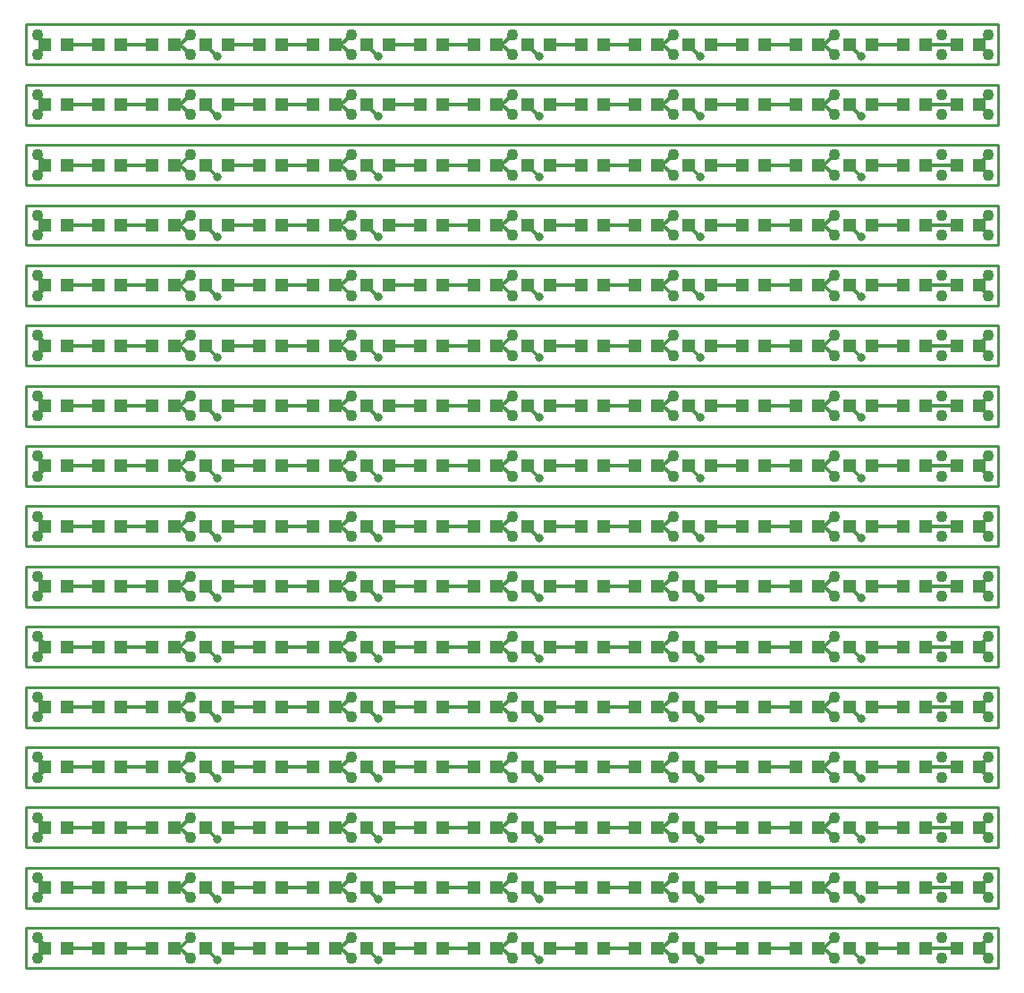
<source format=gtl>
G75*
G70*
%OFA0B0*%
%FSLAX25Y25*%
%IPPOS*%
%LPD*%
%AMOC8*
5,1,8,0,0,1.08239X$1,22.5*
%
%ADD11C,0.01000*%
%ADD14C,0.03170*%
%ADD15C,0.04300*%
%ADD17C,0.01200*%
%ADD18R,0.04720X0.04720*%
X0010000Y0010000D02*
G75*
%LPD*%
D11*
X0010000Y0010000D02*
X0010000Y0024960D01*
X0372500Y0024960D01*
X0372500Y0010000D01*
X0010000Y0010000D01*
D18*
X0017120Y0017500D03*
X0025380Y0017500D03*
X0037120Y0017500D03*
X0045380Y0017500D03*
X0057120Y0017500D03*
X0065380Y0017500D03*
X0077120Y0017500D03*
X0085380Y0017500D03*
X0097120Y0017500D03*
X0105380Y0017500D03*
X0117120Y0017500D03*
X0125380Y0017500D03*
X0137120Y0017500D03*
X0145380Y0017500D03*
X0157120Y0017500D03*
X0165380Y0017500D03*
X0177120Y0017500D03*
X0185380Y0017500D03*
X0197120Y0017500D03*
X0205380Y0017500D03*
X0217120Y0017500D03*
X0225380Y0017500D03*
X0237120Y0017500D03*
X0245380Y0017500D03*
X0257120Y0017500D03*
X0265380Y0017500D03*
X0277120Y0017500D03*
X0285380Y0017500D03*
X0297120Y0017500D03*
X0305380Y0017500D03*
X0317120Y0017500D03*
X0325380Y0017500D03*
X0337120Y0017500D03*
X0345380Y0017500D03*
X0357120Y0017500D03*
X0365380Y0017500D03*
D15*
X0368750Y0013750D03*
X0351250Y0013750D03*
X0311250Y0013750D03*
X0251250Y0013750D03*
X0191250Y0013750D03*
X0131250Y0013750D03*
X0071250Y0013750D03*
X0014380Y0013750D03*
X0014380Y0021250D03*
X0071250Y0021250D03*
X0131250Y0021250D03*
X0191250Y0021250D03*
X0251250Y0021250D03*
X0311250Y0021250D03*
X0351250Y0021250D03*
X0368750Y0021250D03*
D14*
X0321250Y0013130D03*
X0261250Y0013130D03*
X0201250Y0013130D03*
X0141250Y0013130D03*
X0081250Y0013130D03*
D17*
X0077120Y0017260D01*
X0077120Y0017500D01*
X0071250Y0013750D02*
X0067500Y0017500D01*
X0065380Y0017500D01*
X0067500Y0017500D02*
X0071250Y0021250D01*
X0125000Y0017880D02*
X0127880Y0017880D01*
X0127880Y0017120D01*
X0131250Y0013750D01*
X0137120Y0017260D02*
X0141250Y0013130D01*
X0187880Y0017120D02*
X0191250Y0013750D01*
X0197120Y0017260D02*
X0201250Y0013130D01*
X0247880Y0017120D02*
X0251250Y0013750D01*
X0257120Y0017260D02*
X0261250Y0013130D01*
X0258750Y0015870D02*
X0257120Y0017500D01*
X0257120Y0017260D01*
X0265380Y0017500D02*
X0277120Y0017500D01*
X0285380Y0017500D02*
X0297120Y0017500D01*
X0305000Y0017120D02*
X0305380Y0017500D01*
X0307500Y0017500D01*
X0311250Y0013750D01*
X0317120Y0017260D02*
X0321250Y0013130D01*
X0366010Y0016490D02*
X0368750Y0013750D01*
X0366010Y0016490D02*
X0365380Y0016490D01*
X0365380Y0017500D01*
X0365380Y0018510D01*
X0366010Y0018510D01*
X0368750Y0021250D01*
X0365380Y0017500D02*
X0365000Y0017120D01*
X0357120Y0017500D02*
X0345380Y0017500D01*
X0337120Y0017500D02*
X0325380Y0017500D01*
X0317120Y0017500D02*
X0317120Y0017260D01*
X0311250Y0021250D02*
X0307500Y0017500D01*
X0305380Y0017500D02*
X0305000Y0017880D01*
X0251250Y0021250D02*
X0247880Y0017880D01*
X0247880Y0017120D01*
X0246250Y0016630D02*
X0245380Y0017500D01*
X0245000Y0017120D01*
X0245380Y0017500D02*
X0245000Y0017880D01*
X0247880Y0017880D01*
X0237120Y0017500D02*
X0225380Y0017500D01*
X0217120Y0017500D02*
X0205380Y0017500D01*
X0197120Y0017500D02*
X0197120Y0017260D01*
X0187880Y0017120D02*
X0187880Y0017880D01*
X0191250Y0021250D01*
X0185380Y0017500D02*
X0185000Y0017880D01*
X0185380Y0017500D02*
X0185000Y0017120D01*
X0187880Y0017120D01*
X0177120Y0017500D02*
X0165380Y0017500D01*
X0157120Y0017500D02*
X0145380Y0017500D01*
X0137120Y0017500D02*
X0137120Y0017260D01*
X0131250Y0021250D02*
X0127880Y0017880D01*
X0125380Y0017500D02*
X0125000Y0017880D01*
X0125380Y0017500D02*
X0125000Y0017120D01*
X0125380Y0017500D02*
X0126250Y0016630D01*
X0117120Y0017500D02*
X0105380Y0017500D01*
X0097120Y0017500D02*
X0085380Y0017500D01*
X0057120Y0017500D02*
X0045380Y0017500D01*
X0037120Y0017500D02*
X0025380Y0017500D01*
X0017120Y0017500D02*
X0017120Y0018510D01*
X0014380Y0021250D01*
X0017120Y0017500D02*
X0017120Y0016490D01*
X0014380Y0013750D01*
X0010000Y0032460D02*
G75*
%LPD*%
D11*
X0010000Y0032460D02*
X0010000Y0047420D01*
X0372500Y0047420D01*
X0372500Y0032460D01*
X0010000Y0032460D01*
D18*
X0017120Y0039960D03*
X0025380Y0039960D03*
X0037120Y0039960D03*
X0045380Y0039960D03*
X0057120Y0039960D03*
X0065380Y0039960D03*
X0077120Y0039960D03*
X0085380Y0039960D03*
X0097120Y0039960D03*
X0105380Y0039960D03*
X0117120Y0039960D03*
X0125380Y0039960D03*
X0137120Y0039960D03*
X0145380Y0039960D03*
X0157120Y0039960D03*
X0165380Y0039960D03*
X0177120Y0039960D03*
X0185380Y0039960D03*
X0197120Y0039960D03*
X0205380Y0039960D03*
X0217120Y0039960D03*
X0225380Y0039960D03*
X0237120Y0039960D03*
X0245380Y0039960D03*
X0257120Y0039960D03*
X0265380Y0039960D03*
X0277120Y0039960D03*
X0285380Y0039960D03*
X0297120Y0039960D03*
X0305380Y0039960D03*
X0317120Y0039960D03*
X0325380Y0039960D03*
X0337120Y0039960D03*
X0345380Y0039960D03*
X0357120Y0039960D03*
X0365380Y0039960D03*
D15*
X0368750Y0036210D03*
X0351250Y0036210D03*
X0311250Y0036210D03*
X0251250Y0036210D03*
X0191250Y0036210D03*
X0131250Y0036210D03*
X0071250Y0036210D03*
X0014380Y0036210D03*
X0014380Y0043710D03*
X0071250Y0043710D03*
X0131250Y0043710D03*
X0191250Y0043710D03*
X0251250Y0043710D03*
X0311250Y0043710D03*
X0351250Y0043710D03*
X0368750Y0043710D03*
D14*
X0321250Y0035590D03*
X0261250Y0035590D03*
X0201250Y0035590D03*
X0141250Y0035590D03*
X0081250Y0035590D03*
D17*
X0077120Y0039720D01*
X0077120Y0039960D01*
X0071250Y0036210D02*
X0067500Y0039960D01*
X0065380Y0039960D01*
X0067500Y0039960D02*
X0071250Y0043710D01*
X0125000Y0040340D02*
X0127880Y0040340D01*
X0127880Y0039580D01*
X0131250Y0036210D01*
X0137120Y0039720D02*
X0141250Y0035590D01*
X0187880Y0039580D02*
X0191250Y0036210D01*
X0197120Y0039720D02*
X0201250Y0035590D01*
X0247880Y0039580D02*
X0251250Y0036210D01*
X0257120Y0039720D02*
X0261250Y0035590D01*
X0258750Y0038330D02*
X0257120Y0039960D01*
X0257120Y0039720D01*
X0265380Y0039960D02*
X0277120Y0039960D01*
X0285380Y0039960D02*
X0297120Y0039960D01*
X0305000Y0039580D02*
X0305380Y0039960D01*
X0307500Y0039960D01*
X0311250Y0036210D01*
X0317120Y0039720D02*
X0321250Y0035590D01*
X0366010Y0038950D02*
X0368750Y0036210D01*
X0366010Y0038950D02*
X0365380Y0038950D01*
X0365380Y0039960D01*
X0365380Y0040970D01*
X0366010Y0040970D01*
X0368750Y0043710D01*
X0365380Y0039960D02*
X0365000Y0039580D01*
X0357120Y0039960D02*
X0345380Y0039960D01*
X0337120Y0039960D02*
X0325380Y0039960D01*
X0317120Y0039960D02*
X0317120Y0039720D01*
X0311250Y0043710D02*
X0307500Y0039960D01*
X0305380Y0039960D02*
X0305000Y0040340D01*
X0251250Y0043710D02*
X0247880Y0040340D01*
X0247880Y0039580D01*
X0246250Y0039090D02*
X0245380Y0039960D01*
X0245000Y0039580D01*
X0245380Y0039960D02*
X0245000Y0040340D01*
X0247880Y0040340D01*
X0237120Y0039960D02*
X0225380Y0039960D01*
X0217120Y0039960D02*
X0205380Y0039960D01*
X0197120Y0039960D02*
X0197120Y0039720D01*
X0187880Y0039580D02*
X0187880Y0040340D01*
X0191250Y0043710D01*
X0185380Y0039960D02*
X0185000Y0040340D01*
X0185380Y0039960D02*
X0185000Y0039580D01*
X0187880Y0039580D01*
X0177120Y0039960D02*
X0165380Y0039960D01*
X0157120Y0039960D02*
X0145380Y0039960D01*
X0137120Y0039960D02*
X0137120Y0039720D01*
X0131250Y0043710D02*
X0127880Y0040340D01*
X0125380Y0039960D02*
X0125000Y0040340D01*
X0125380Y0039960D02*
X0125000Y0039580D01*
X0125380Y0039960D02*
X0126250Y0039090D01*
X0117120Y0039960D02*
X0105380Y0039960D01*
X0097120Y0039960D02*
X0085380Y0039960D01*
X0057120Y0039960D02*
X0045380Y0039960D01*
X0037120Y0039960D02*
X0025380Y0039960D01*
X0017120Y0039960D02*
X0017120Y0040970D01*
X0014380Y0043710D01*
X0017120Y0039960D02*
X0017120Y0038950D01*
X0014380Y0036210D01*
X0010000Y0054920D02*
G75*
%LPD*%
D11*
X0010000Y0054920D02*
X0010000Y0069880D01*
X0372500Y0069880D01*
X0372500Y0054920D01*
X0010000Y0054920D01*
D18*
X0017120Y0062420D03*
X0025380Y0062420D03*
X0037120Y0062420D03*
X0045380Y0062420D03*
X0057120Y0062420D03*
X0065380Y0062420D03*
X0077120Y0062420D03*
X0085380Y0062420D03*
X0097120Y0062420D03*
X0105380Y0062420D03*
X0117120Y0062420D03*
X0125380Y0062420D03*
X0137120Y0062420D03*
X0145380Y0062420D03*
X0157120Y0062420D03*
X0165380Y0062420D03*
X0177120Y0062420D03*
X0185380Y0062420D03*
X0197120Y0062420D03*
X0205380Y0062420D03*
X0217120Y0062420D03*
X0225380Y0062420D03*
X0237120Y0062420D03*
X0245380Y0062420D03*
X0257120Y0062420D03*
X0265380Y0062420D03*
X0277120Y0062420D03*
X0285380Y0062420D03*
X0297120Y0062420D03*
X0305380Y0062420D03*
X0317120Y0062420D03*
X0325380Y0062420D03*
X0337120Y0062420D03*
X0345380Y0062420D03*
X0357120Y0062420D03*
X0365380Y0062420D03*
D15*
X0368750Y0058670D03*
X0351250Y0058670D03*
X0311250Y0058670D03*
X0251250Y0058670D03*
X0191250Y0058670D03*
X0131250Y0058670D03*
X0071250Y0058670D03*
X0014380Y0058670D03*
X0014380Y0066170D03*
X0071250Y0066170D03*
X0131250Y0066170D03*
X0191250Y0066170D03*
X0251250Y0066170D03*
X0311250Y0066170D03*
X0351250Y0066170D03*
X0368750Y0066170D03*
D14*
X0321250Y0058050D03*
X0261250Y0058050D03*
X0201250Y0058050D03*
X0141250Y0058050D03*
X0081250Y0058050D03*
D17*
X0077120Y0062180D01*
X0077120Y0062420D01*
X0071250Y0058670D02*
X0067500Y0062420D01*
X0065380Y0062420D01*
X0067500Y0062420D02*
X0071250Y0066170D01*
X0125000Y0062800D02*
X0127880Y0062800D01*
X0127880Y0062040D01*
X0131250Y0058670D01*
X0137120Y0062180D02*
X0141250Y0058050D01*
X0187880Y0062040D02*
X0191250Y0058670D01*
X0197120Y0062180D02*
X0201250Y0058050D01*
X0247880Y0062040D02*
X0251250Y0058670D01*
X0257120Y0062180D02*
X0261250Y0058050D01*
X0258750Y0060790D02*
X0257120Y0062420D01*
X0257120Y0062180D01*
X0265380Y0062420D02*
X0277120Y0062420D01*
X0285380Y0062420D02*
X0297120Y0062420D01*
X0305000Y0062040D02*
X0305380Y0062420D01*
X0307500Y0062420D01*
X0311250Y0058670D01*
X0317120Y0062180D02*
X0321250Y0058050D01*
X0366010Y0061410D02*
X0368750Y0058670D01*
X0366010Y0061410D02*
X0365380Y0061410D01*
X0365380Y0062420D01*
X0365380Y0063430D01*
X0366010Y0063430D01*
X0368750Y0066170D01*
X0365380Y0062420D02*
X0365000Y0062040D01*
X0357120Y0062420D02*
X0345380Y0062420D01*
X0337120Y0062420D02*
X0325380Y0062420D01*
X0317120Y0062420D02*
X0317120Y0062180D01*
X0311250Y0066170D02*
X0307500Y0062420D01*
X0305380Y0062420D02*
X0305000Y0062800D01*
X0251250Y0066170D02*
X0247880Y0062800D01*
X0247880Y0062040D01*
X0246250Y0061550D02*
X0245380Y0062420D01*
X0245000Y0062040D01*
X0245380Y0062420D02*
X0245000Y0062800D01*
X0247880Y0062800D01*
X0237120Y0062420D02*
X0225380Y0062420D01*
X0217120Y0062420D02*
X0205380Y0062420D01*
X0197120Y0062420D02*
X0197120Y0062180D01*
X0187880Y0062040D02*
X0187880Y0062800D01*
X0191250Y0066170D01*
X0185380Y0062420D02*
X0185000Y0062800D01*
X0185380Y0062420D02*
X0185000Y0062040D01*
X0187880Y0062040D01*
X0177120Y0062420D02*
X0165380Y0062420D01*
X0157120Y0062420D02*
X0145380Y0062420D01*
X0137120Y0062420D02*
X0137120Y0062180D01*
X0131250Y0066170D02*
X0127880Y0062800D01*
X0125380Y0062420D02*
X0125000Y0062800D01*
X0125380Y0062420D02*
X0125000Y0062040D01*
X0125380Y0062420D02*
X0126250Y0061550D01*
X0117120Y0062420D02*
X0105380Y0062420D01*
X0097120Y0062420D02*
X0085380Y0062420D01*
X0057120Y0062420D02*
X0045380Y0062420D01*
X0037120Y0062420D02*
X0025380Y0062420D01*
X0017120Y0062420D02*
X0017120Y0063430D01*
X0014380Y0066170D01*
X0017120Y0062420D02*
X0017120Y0061410D01*
X0014380Y0058670D01*
X0010000Y0077380D02*
G75*
%LPD*%
D11*
X0010000Y0077380D02*
X0010000Y0092340D01*
X0372500Y0092340D01*
X0372500Y0077380D01*
X0010000Y0077380D01*
D18*
X0017120Y0084880D03*
X0025380Y0084880D03*
X0037120Y0084880D03*
X0045380Y0084880D03*
X0057120Y0084880D03*
X0065380Y0084880D03*
X0077120Y0084880D03*
X0085380Y0084880D03*
X0097120Y0084880D03*
X0105380Y0084880D03*
X0117120Y0084880D03*
X0125380Y0084880D03*
X0137120Y0084880D03*
X0145380Y0084880D03*
X0157120Y0084880D03*
X0165380Y0084880D03*
X0177120Y0084880D03*
X0185380Y0084880D03*
X0197120Y0084880D03*
X0205380Y0084880D03*
X0217120Y0084880D03*
X0225380Y0084880D03*
X0237120Y0084880D03*
X0245380Y0084880D03*
X0257120Y0084880D03*
X0265380Y0084880D03*
X0277120Y0084880D03*
X0285380Y0084880D03*
X0297120Y0084880D03*
X0305380Y0084880D03*
X0317120Y0084880D03*
X0325380Y0084880D03*
X0337120Y0084880D03*
X0345380Y0084880D03*
X0357120Y0084880D03*
X0365380Y0084880D03*
D15*
X0368750Y0081130D03*
X0351250Y0081130D03*
X0311250Y0081130D03*
X0251250Y0081130D03*
X0191250Y0081130D03*
X0131250Y0081130D03*
X0071250Y0081130D03*
X0014380Y0081130D03*
X0014380Y0088630D03*
X0071250Y0088630D03*
X0131250Y0088630D03*
X0191250Y0088630D03*
X0251250Y0088630D03*
X0311250Y0088630D03*
X0351250Y0088630D03*
X0368750Y0088630D03*
D14*
X0321250Y0080510D03*
X0261250Y0080510D03*
X0201250Y0080510D03*
X0141250Y0080510D03*
X0081250Y0080510D03*
D17*
X0077120Y0084640D01*
X0077120Y0084880D01*
X0071250Y0081130D02*
X0067500Y0084880D01*
X0065380Y0084880D01*
X0067500Y0084880D02*
X0071250Y0088630D01*
X0125000Y0085260D02*
X0127880Y0085260D01*
X0127880Y0084500D01*
X0131250Y0081130D01*
X0137120Y0084640D02*
X0141250Y0080510D01*
X0187880Y0084500D02*
X0191250Y0081130D01*
X0197120Y0084640D02*
X0201250Y0080510D01*
X0247880Y0084500D02*
X0251250Y0081130D01*
X0257120Y0084640D02*
X0261250Y0080510D01*
X0258750Y0083250D02*
X0257120Y0084880D01*
X0257120Y0084640D01*
X0265380Y0084880D02*
X0277120Y0084880D01*
X0285380Y0084880D02*
X0297120Y0084880D01*
X0305000Y0084500D02*
X0305380Y0084880D01*
X0307500Y0084880D01*
X0311250Y0081130D01*
X0317120Y0084640D02*
X0321250Y0080510D01*
X0366010Y0083870D02*
X0368750Y0081130D01*
X0366010Y0083870D02*
X0365380Y0083870D01*
X0365380Y0084880D01*
X0365380Y0085890D01*
X0366010Y0085890D01*
X0368750Y0088630D01*
X0365380Y0084880D02*
X0365000Y0084500D01*
X0357120Y0084880D02*
X0345380Y0084880D01*
X0337120Y0084880D02*
X0325380Y0084880D01*
X0317120Y0084880D02*
X0317120Y0084640D01*
X0311250Y0088630D02*
X0307500Y0084880D01*
X0305380Y0084880D02*
X0305000Y0085260D01*
X0251250Y0088630D02*
X0247880Y0085260D01*
X0247880Y0084500D01*
X0246250Y0084010D02*
X0245380Y0084880D01*
X0245000Y0084500D01*
X0245380Y0084880D02*
X0245000Y0085260D01*
X0247880Y0085260D01*
X0237120Y0084880D02*
X0225380Y0084880D01*
X0217120Y0084880D02*
X0205380Y0084880D01*
X0197120Y0084880D02*
X0197120Y0084640D01*
X0187880Y0084500D02*
X0187880Y0085260D01*
X0191250Y0088630D01*
X0185380Y0084880D02*
X0185000Y0085260D01*
X0185380Y0084880D02*
X0185000Y0084500D01*
X0187880Y0084500D01*
X0177120Y0084880D02*
X0165380Y0084880D01*
X0157120Y0084880D02*
X0145380Y0084880D01*
X0137120Y0084880D02*
X0137120Y0084640D01*
X0131250Y0088630D02*
X0127880Y0085260D01*
X0125380Y0084880D02*
X0125000Y0085260D01*
X0125380Y0084880D02*
X0125000Y0084500D01*
X0125380Y0084880D02*
X0126250Y0084010D01*
X0117120Y0084880D02*
X0105380Y0084880D01*
X0097120Y0084880D02*
X0085380Y0084880D01*
X0057120Y0084880D02*
X0045380Y0084880D01*
X0037120Y0084880D02*
X0025380Y0084880D01*
X0017120Y0084880D02*
X0017120Y0085890D01*
X0014380Y0088630D01*
X0017120Y0084880D02*
X0017120Y0083870D01*
X0014380Y0081130D01*
X0010000Y0099840D02*
G75*
%LPD*%
D11*
X0010000Y0099840D02*
X0010000Y0114800D01*
X0372500Y0114800D01*
X0372500Y0099840D01*
X0010000Y0099840D01*
D18*
X0017120Y0107340D03*
X0025380Y0107340D03*
X0037120Y0107340D03*
X0045380Y0107340D03*
X0057120Y0107340D03*
X0065380Y0107340D03*
X0077120Y0107340D03*
X0085380Y0107340D03*
X0097120Y0107340D03*
X0105380Y0107340D03*
X0117120Y0107340D03*
X0125380Y0107340D03*
X0137120Y0107340D03*
X0145380Y0107340D03*
X0157120Y0107340D03*
X0165380Y0107340D03*
X0177120Y0107340D03*
X0185380Y0107340D03*
X0197120Y0107340D03*
X0205380Y0107340D03*
X0217120Y0107340D03*
X0225380Y0107340D03*
X0237120Y0107340D03*
X0245380Y0107340D03*
X0257120Y0107340D03*
X0265380Y0107340D03*
X0277120Y0107340D03*
X0285380Y0107340D03*
X0297120Y0107340D03*
X0305380Y0107340D03*
X0317120Y0107340D03*
X0325380Y0107340D03*
X0337120Y0107340D03*
X0345380Y0107340D03*
X0357120Y0107340D03*
X0365380Y0107340D03*
D15*
X0368750Y0103590D03*
X0351250Y0103590D03*
X0311250Y0103590D03*
X0251250Y0103590D03*
X0191250Y0103590D03*
X0131250Y0103590D03*
X0071250Y0103590D03*
X0014380Y0103590D03*
X0014380Y0111090D03*
X0071250Y0111090D03*
X0131250Y0111090D03*
X0191250Y0111090D03*
X0251250Y0111090D03*
X0311250Y0111090D03*
X0351250Y0111090D03*
X0368750Y0111090D03*
D14*
X0321250Y0102970D03*
X0261250Y0102970D03*
X0201250Y0102970D03*
X0141250Y0102970D03*
X0081250Y0102970D03*
D17*
X0077120Y0107100D01*
X0077120Y0107340D01*
X0071250Y0103590D02*
X0067500Y0107340D01*
X0065380Y0107340D01*
X0067500Y0107340D02*
X0071250Y0111090D01*
X0125000Y0107720D02*
X0127880Y0107720D01*
X0127880Y0106960D01*
X0131250Y0103590D01*
X0137120Y0107100D02*
X0141250Y0102970D01*
X0187880Y0106960D02*
X0191250Y0103590D01*
X0197120Y0107100D02*
X0201250Y0102970D01*
X0247880Y0106960D02*
X0251250Y0103590D01*
X0257120Y0107100D02*
X0261250Y0102970D01*
X0258750Y0105710D02*
X0257120Y0107340D01*
X0257120Y0107100D01*
X0265380Y0107340D02*
X0277120Y0107340D01*
X0285380Y0107340D02*
X0297120Y0107340D01*
X0305000Y0106960D02*
X0305380Y0107340D01*
X0307500Y0107340D01*
X0311250Y0103590D01*
X0317120Y0107100D02*
X0321250Y0102970D01*
X0366010Y0106330D02*
X0368750Y0103590D01*
X0366010Y0106330D02*
X0365380Y0106330D01*
X0365380Y0107340D01*
X0365380Y0108350D01*
X0366010Y0108350D01*
X0368750Y0111090D01*
X0365380Y0107340D02*
X0365000Y0106960D01*
X0357120Y0107340D02*
X0345380Y0107340D01*
X0337120Y0107340D02*
X0325380Y0107340D01*
X0317120Y0107340D02*
X0317120Y0107100D01*
X0311250Y0111090D02*
X0307500Y0107340D01*
X0305380Y0107340D02*
X0305000Y0107720D01*
X0251250Y0111090D02*
X0247880Y0107720D01*
X0247880Y0106960D01*
X0246250Y0106470D02*
X0245380Y0107340D01*
X0245000Y0106960D01*
X0245380Y0107340D02*
X0245000Y0107720D01*
X0247880Y0107720D01*
X0237120Y0107340D02*
X0225380Y0107340D01*
X0217120Y0107340D02*
X0205380Y0107340D01*
X0197120Y0107340D02*
X0197120Y0107100D01*
X0187880Y0106960D02*
X0187880Y0107720D01*
X0191250Y0111090D01*
X0185380Y0107340D02*
X0185000Y0107720D01*
X0185380Y0107340D02*
X0185000Y0106960D01*
X0187880Y0106960D01*
X0177120Y0107340D02*
X0165380Y0107340D01*
X0157120Y0107340D02*
X0145380Y0107340D01*
X0137120Y0107340D02*
X0137120Y0107100D01*
X0131250Y0111090D02*
X0127880Y0107720D01*
X0125380Y0107340D02*
X0125000Y0107720D01*
X0125380Y0107340D02*
X0125000Y0106960D01*
X0125380Y0107340D02*
X0126250Y0106470D01*
X0117120Y0107340D02*
X0105380Y0107340D01*
X0097120Y0107340D02*
X0085380Y0107340D01*
X0057120Y0107340D02*
X0045380Y0107340D01*
X0037120Y0107340D02*
X0025380Y0107340D01*
X0017120Y0107340D02*
X0017120Y0108350D01*
X0014380Y0111090D01*
X0017120Y0107340D02*
X0017120Y0106330D01*
X0014380Y0103590D01*
X0010000Y0122300D02*
G75*
%LPD*%
D11*
X0010000Y0122300D02*
X0010000Y0137260D01*
X0372500Y0137260D01*
X0372500Y0122300D01*
X0010000Y0122300D01*
D18*
X0017120Y0129800D03*
X0025380Y0129800D03*
X0037120Y0129800D03*
X0045380Y0129800D03*
X0057120Y0129800D03*
X0065380Y0129800D03*
X0077120Y0129800D03*
X0085380Y0129800D03*
X0097120Y0129800D03*
X0105380Y0129800D03*
X0117120Y0129800D03*
X0125380Y0129800D03*
X0137120Y0129800D03*
X0145380Y0129800D03*
X0157120Y0129800D03*
X0165380Y0129800D03*
X0177120Y0129800D03*
X0185380Y0129800D03*
X0197120Y0129800D03*
X0205380Y0129800D03*
X0217120Y0129800D03*
X0225380Y0129800D03*
X0237120Y0129800D03*
X0245380Y0129800D03*
X0257120Y0129800D03*
X0265380Y0129800D03*
X0277120Y0129800D03*
X0285380Y0129800D03*
X0297120Y0129800D03*
X0305380Y0129800D03*
X0317120Y0129800D03*
X0325380Y0129800D03*
X0337120Y0129800D03*
X0345380Y0129800D03*
X0357120Y0129800D03*
X0365380Y0129800D03*
D15*
X0368750Y0126050D03*
X0351250Y0126050D03*
X0311250Y0126050D03*
X0251250Y0126050D03*
X0191250Y0126050D03*
X0131250Y0126050D03*
X0071250Y0126050D03*
X0014380Y0126050D03*
X0014380Y0133550D03*
X0071250Y0133550D03*
X0131250Y0133550D03*
X0191250Y0133550D03*
X0251250Y0133550D03*
X0311250Y0133550D03*
X0351250Y0133550D03*
X0368750Y0133550D03*
D14*
X0321250Y0125430D03*
X0261250Y0125430D03*
X0201250Y0125430D03*
X0141250Y0125430D03*
X0081250Y0125430D03*
D17*
X0077120Y0129560D01*
X0077120Y0129800D01*
X0071250Y0126050D02*
X0067500Y0129800D01*
X0065380Y0129800D01*
X0067500Y0129800D02*
X0071250Y0133550D01*
X0125000Y0130180D02*
X0127880Y0130180D01*
X0127880Y0129420D01*
X0131250Y0126050D01*
X0137120Y0129560D02*
X0141250Y0125430D01*
X0187880Y0129420D02*
X0191250Y0126050D01*
X0197120Y0129560D02*
X0201250Y0125430D01*
X0247880Y0129420D02*
X0251250Y0126050D01*
X0257120Y0129560D02*
X0261250Y0125430D01*
X0258750Y0128170D02*
X0257120Y0129800D01*
X0257120Y0129560D01*
X0265380Y0129800D02*
X0277120Y0129800D01*
X0285380Y0129800D02*
X0297120Y0129800D01*
X0305000Y0129420D02*
X0305380Y0129800D01*
X0307500Y0129800D01*
X0311250Y0126050D01*
X0317120Y0129560D02*
X0321250Y0125430D01*
X0366010Y0128790D02*
X0368750Y0126050D01*
X0366010Y0128790D02*
X0365380Y0128790D01*
X0365380Y0129800D01*
X0365380Y0130810D01*
X0366010Y0130810D01*
X0368750Y0133550D01*
X0365380Y0129800D02*
X0365000Y0129420D01*
X0357120Y0129800D02*
X0345380Y0129800D01*
X0337120Y0129800D02*
X0325380Y0129800D01*
X0317120Y0129800D02*
X0317120Y0129560D01*
X0311250Y0133550D02*
X0307500Y0129800D01*
X0305380Y0129800D02*
X0305000Y0130180D01*
X0251250Y0133550D02*
X0247880Y0130180D01*
X0247880Y0129420D01*
X0246250Y0128930D02*
X0245380Y0129800D01*
X0245000Y0129420D01*
X0245380Y0129800D02*
X0245000Y0130180D01*
X0247880Y0130180D01*
X0237120Y0129800D02*
X0225380Y0129800D01*
X0217120Y0129800D02*
X0205380Y0129800D01*
X0197120Y0129800D02*
X0197120Y0129560D01*
X0187880Y0129420D02*
X0187880Y0130180D01*
X0191250Y0133550D01*
X0185380Y0129800D02*
X0185000Y0130180D01*
X0185380Y0129800D02*
X0185000Y0129420D01*
X0187880Y0129420D01*
X0177120Y0129800D02*
X0165380Y0129800D01*
X0157120Y0129800D02*
X0145380Y0129800D01*
X0137120Y0129800D02*
X0137120Y0129560D01*
X0131250Y0133550D02*
X0127880Y0130180D01*
X0125380Y0129800D02*
X0125000Y0130180D01*
X0125380Y0129800D02*
X0125000Y0129420D01*
X0125380Y0129800D02*
X0126250Y0128930D01*
X0117120Y0129800D02*
X0105380Y0129800D01*
X0097120Y0129800D02*
X0085380Y0129800D01*
X0057120Y0129800D02*
X0045380Y0129800D01*
X0037120Y0129800D02*
X0025380Y0129800D01*
X0017120Y0129800D02*
X0017120Y0130810D01*
X0014380Y0133550D01*
X0017120Y0129800D02*
X0017120Y0128790D01*
X0014380Y0126050D01*
X0010000Y0144760D02*
G75*
%LPD*%
D11*
X0010000Y0144760D02*
X0010000Y0159720D01*
X0372500Y0159720D01*
X0372500Y0144760D01*
X0010000Y0144760D01*
D18*
X0017120Y0152260D03*
X0025380Y0152260D03*
X0037120Y0152260D03*
X0045380Y0152260D03*
X0057120Y0152260D03*
X0065380Y0152260D03*
X0077120Y0152260D03*
X0085380Y0152260D03*
X0097120Y0152260D03*
X0105380Y0152260D03*
X0117120Y0152260D03*
X0125380Y0152260D03*
X0137120Y0152260D03*
X0145380Y0152260D03*
X0157120Y0152260D03*
X0165380Y0152260D03*
X0177120Y0152260D03*
X0185380Y0152260D03*
X0197120Y0152260D03*
X0205380Y0152260D03*
X0217120Y0152260D03*
X0225380Y0152260D03*
X0237120Y0152260D03*
X0245380Y0152260D03*
X0257120Y0152260D03*
X0265380Y0152260D03*
X0277120Y0152260D03*
X0285380Y0152260D03*
X0297120Y0152260D03*
X0305380Y0152260D03*
X0317120Y0152260D03*
X0325380Y0152260D03*
X0337120Y0152260D03*
X0345380Y0152260D03*
X0357120Y0152260D03*
X0365380Y0152260D03*
D15*
X0368750Y0148510D03*
X0351250Y0148510D03*
X0311250Y0148510D03*
X0251250Y0148510D03*
X0191250Y0148510D03*
X0131250Y0148510D03*
X0071250Y0148510D03*
X0014380Y0148510D03*
X0014380Y0156010D03*
X0071250Y0156010D03*
X0131250Y0156010D03*
X0191250Y0156010D03*
X0251250Y0156010D03*
X0311250Y0156010D03*
X0351250Y0156010D03*
X0368750Y0156010D03*
D14*
X0321250Y0147890D03*
X0261250Y0147890D03*
X0201250Y0147890D03*
X0141250Y0147890D03*
X0081250Y0147890D03*
D17*
X0077120Y0152020D01*
X0077120Y0152260D01*
X0071250Y0148510D02*
X0067500Y0152260D01*
X0065380Y0152260D01*
X0067500Y0152260D02*
X0071250Y0156010D01*
X0125000Y0152640D02*
X0127880Y0152640D01*
X0127880Y0151880D01*
X0131250Y0148510D01*
X0137120Y0152020D02*
X0141250Y0147890D01*
X0187880Y0151880D02*
X0191250Y0148510D01*
X0197120Y0152020D02*
X0201250Y0147890D01*
X0247880Y0151880D02*
X0251250Y0148510D01*
X0257120Y0152020D02*
X0261250Y0147890D01*
X0258750Y0150630D02*
X0257120Y0152260D01*
X0257120Y0152020D01*
X0265380Y0152260D02*
X0277120Y0152260D01*
X0285380Y0152260D02*
X0297120Y0152260D01*
X0305000Y0151880D02*
X0305380Y0152260D01*
X0307500Y0152260D01*
X0311250Y0148510D01*
X0317120Y0152020D02*
X0321250Y0147890D01*
X0366010Y0151250D02*
X0368750Y0148510D01*
X0366010Y0151250D02*
X0365380Y0151250D01*
X0365380Y0152260D01*
X0365380Y0153270D01*
X0366010Y0153270D01*
X0368750Y0156010D01*
X0365380Y0152260D02*
X0365000Y0151880D01*
X0357120Y0152260D02*
X0345380Y0152260D01*
X0337120Y0152260D02*
X0325380Y0152260D01*
X0317120Y0152260D02*
X0317120Y0152020D01*
X0311250Y0156010D02*
X0307500Y0152260D01*
X0305380Y0152260D02*
X0305000Y0152640D01*
X0251250Y0156010D02*
X0247880Y0152640D01*
X0247880Y0151880D01*
X0246250Y0151390D02*
X0245380Y0152260D01*
X0245000Y0151880D01*
X0245380Y0152260D02*
X0245000Y0152640D01*
X0247880Y0152640D01*
X0237120Y0152260D02*
X0225380Y0152260D01*
X0217120Y0152260D02*
X0205380Y0152260D01*
X0197120Y0152260D02*
X0197120Y0152020D01*
X0187880Y0151880D02*
X0187880Y0152640D01*
X0191250Y0156010D01*
X0185380Y0152260D02*
X0185000Y0152640D01*
X0185380Y0152260D02*
X0185000Y0151880D01*
X0187880Y0151880D01*
X0177120Y0152260D02*
X0165380Y0152260D01*
X0157120Y0152260D02*
X0145380Y0152260D01*
X0137120Y0152260D02*
X0137120Y0152020D01*
X0131250Y0156010D02*
X0127880Y0152640D01*
X0125380Y0152260D02*
X0125000Y0152640D01*
X0125380Y0152260D02*
X0125000Y0151880D01*
X0125380Y0152260D02*
X0126250Y0151390D01*
X0117120Y0152260D02*
X0105380Y0152260D01*
X0097120Y0152260D02*
X0085380Y0152260D01*
X0057120Y0152260D02*
X0045380Y0152260D01*
X0037120Y0152260D02*
X0025380Y0152260D01*
X0017120Y0152260D02*
X0017120Y0153270D01*
X0014380Y0156010D01*
X0017120Y0152260D02*
X0017120Y0151250D01*
X0014380Y0148510D01*
X0010000Y0167220D02*
G75*
%LPD*%
D11*
X0010000Y0167220D02*
X0010000Y0182180D01*
X0372500Y0182180D01*
X0372500Y0167220D01*
X0010000Y0167220D01*
D18*
X0017120Y0174720D03*
X0025380Y0174720D03*
X0037120Y0174720D03*
X0045380Y0174720D03*
X0057120Y0174720D03*
X0065380Y0174720D03*
X0077120Y0174720D03*
X0085380Y0174720D03*
X0097120Y0174720D03*
X0105380Y0174720D03*
X0117120Y0174720D03*
X0125380Y0174720D03*
X0137120Y0174720D03*
X0145380Y0174720D03*
X0157120Y0174720D03*
X0165380Y0174720D03*
X0177120Y0174720D03*
X0185380Y0174720D03*
X0197120Y0174720D03*
X0205380Y0174720D03*
X0217120Y0174720D03*
X0225380Y0174720D03*
X0237120Y0174720D03*
X0245380Y0174720D03*
X0257120Y0174720D03*
X0265380Y0174720D03*
X0277120Y0174720D03*
X0285380Y0174720D03*
X0297120Y0174720D03*
X0305380Y0174720D03*
X0317120Y0174720D03*
X0325380Y0174720D03*
X0337120Y0174720D03*
X0345380Y0174720D03*
X0357120Y0174720D03*
X0365380Y0174720D03*
D15*
X0368750Y0170970D03*
X0351250Y0170970D03*
X0311250Y0170970D03*
X0251250Y0170970D03*
X0191250Y0170970D03*
X0131250Y0170970D03*
X0071250Y0170970D03*
X0014380Y0170970D03*
X0014380Y0178470D03*
X0071250Y0178470D03*
X0131250Y0178470D03*
X0191250Y0178470D03*
X0251250Y0178470D03*
X0311250Y0178470D03*
X0351250Y0178470D03*
X0368750Y0178470D03*
D14*
X0321250Y0170350D03*
X0261250Y0170350D03*
X0201250Y0170350D03*
X0141250Y0170350D03*
X0081250Y0170350D03*
D17*
X0077120Y0174480D01*
X0077120Y0174720D01*
X0071250Y0170970D02*
X0067500Y0174720D01*
X0065380Y0174720D01*
X0067500Y0174720D02*
X0071250Y0178470D01*
X0125000Y0175100D02*
X0127880Y0175100D01*
X0127880Y0174340D01*
X0131250Y0170970D01*
X0137120Y0174480D02*
X0141250Y0170350D01*
X0187880Y0174340D02*
X0191250Y0170970D01*
X0197120Y0174480D02*
X0201250Y0170350D01*
X0247880Y0174340D02*
X0251250Y0170970D01*
X0257120Y0174480D02*
X0261250Y0170350D01*
X0258750Y0173090D02*
X0257120Y0174720D01*
X0257120Y0174480D01*
X0265380Y0174720D02*
X0277120Y0174720D01*
X0285380Y0174720D02*
X0297120Y0174720D01*
X0305000Y0174340D02*
X0305380Y0174720D01*
X0307500Y0174720D01*
X0311250Y0170970D01*
X0317120Y0174480D02*
X0321250Y0170350D01*
X0366010Y0173710D02*
X0368750Y0170970D01*
X0366010Y0173710D02*
X0365380Y0173710D01*
X0365380Y0174720D01*
X0365380Y0175730D01*
X0366010Y0175730D01*
X0368750Y0178470D01*
X0365380Y0174720D02*
X0365000Y0174340D01*
X0357120Y0174720D02*
X0345380Y0174720D01*
X0337120Y0174720D02*
X0325380Y0174720D01*
X0317120Y0174720D02*
X0317120Y0174480D01*
X0311250Y0178470D02*
X0307500Y0174720D01*
X0305380Y0174720D02*
X0305000Y0175100D01*
X0251250Y0178470D02*
X0247880Y0175100D01*
X0247880Y0174340D01*
X0246250Y0173850D02*
X0245380Y0174720D01*
X0245000Y0174340D01*
X0245380Y0174720D02*
X0245000Y0175100D01*
X0247880Y0175100D01*
X0237120Y0174720D02*
X0225380Y0174720D01*
X0217120Y0174720D02*
X0205380Y0174720D01*
X0197120Y0174720D02*
X0197120Y0174480D01*
X0187880Y0174340D02*
X0187880Y0175100D01*
X0191250Y0178470D01*
X0185380Y0174720D02*
X0185000Y0175100D01*
X0185380Y0174720D02*
X0185000Y0174340D01*
X0187880Y0174340D01*
X0177120Y0174720D02*
X0165380Y0174720D01*
X0157120Y0174720D02*
X0145380Y0174720D01*
X0137120Y0174720D02*
X0137120Y0174480D01*
X0131250Y0178470D02*
X0127880Y0175100D01*
X0125380Y0174720D02*
X0125000Y0175100D01*
X0125380Y0174720D02*
X0125000Y0174340D01*
X0125380Y0174720D02*
X0126250Y0173850D01*
X0117120Y0174720D02*
X0105380Y0174720D01*
X0097120Y0174720D02*
X0085380Y0174720D01*
X0057120Y0174720D02*
X0045380Y0174720D01*
X0037120Y0174720D02*
X0025380Y0174720D01*
X0017120Y0174720D02*
X0017120Y0175730D01*
X0014380Y0178470D01*
X0017120Y0174720D02*
X0017120Y0173710D01*
X0014380Y0170970D01*
X0010000Y0189680D02*
G75*
%LPD*%
D11*
X0010000Y0189680D02*
X0010000Y0204640D01*
X0372500Y0204640D01*
X0372500Y0189680D01*
X0010000Y0189680D01*
D18*
X0017120Y0197180D03*
X0025380Y0197180D03*
X0037120Y0197180D03*
X0045380Y0197180D03*
X0057120Y0197180D03*
X0065380Y0197180D03*
X0077120Y0197180D03*
X0085380Y0197180D03*
X0097120Y0197180D03*
X0105380Y0197180D03*
X0117120Y0197180D03*
X0125380Y0197180D03*
X0137120Y0197180D03*
X0145380Y0197180D03*
X0157120Y0197180D03*
X0165380Y0197180D03*
X0177120Y0197180D03*
X0185380Y0197180D03*
X0197120Y0197180D03*
X0205380Y0197180D03*
X0217120Y0197180D03*
X0225380Y0197180D03*
X0237120Y0197180D03*
X0245380Y0197180D03*
X0257120Y0197180D03*
X0265380Y0197180D03*
X0277120Y0197180D03*
X0285380Y0197180D03*
X0297120Y0197180D03*
X0305380Y0197180D03*
X0317120Y0197180D03*
X0325380Y0197180D03*
X0337120Y0197180D03*
X0345380Y0197180D03*
X0357120Y0197180D03*
X0365380Y0197180D03*
D15*
X0368750Y0193430D03*
X0351250Y0193430D03*
X0311250Y0193430D03*
X0251250Y0193430D03*
X0191250Y0193430D03*
X0131250Y0193430D03*
X0071250Y0193430D03*
X0014380Y0193430D03*
X0014380Y0200930D03*
X0071250Y0200930D03*
X0131250Y0200930D03*
X0191250Y0200930D03*
X0251250Y0200930D03*
X0311250Y0200930D03*
X0351250Y0200930D03*
X0368750Y0200930D03*
D14*
X0321250Y0192810D03*
X0261250Y0192810D03*
X0201250Y0192810D03*
X0141250Y0192810D03*
X0081250Y0192810D03*
D17*
X0077120Y0196940D01*
X0077120Y0197180D01*
X0071250Y0193430D02*
X0067500Y0197180D01*
X0065380Y0197180D01*
X0067500Y0197180D02*
X0071250Y0200930D01*
X0125000Y0197560D02*
X0127880Y0197560D01*
X0127880Y0196800D01*
X0131250Y0193430D01*
X0137120Y0196940D02*
X0141250Y0192810D01*
X0187880Y0196800D02*
X0191250Y0193430D01*
X0197120Y0196940D02*
X0201250Y0192810D01*
X0247880Y0196800D02*
X0251250Y0193430D01*
X0257120Y0196940D02*
X0261250Y0192810D01*
X0258750Y0195550D02*
X0257120Y0197180D01*
X0257120Y0196940D01*
X0265380Y0197180D02*
X0277120Y0197180D01*
X0285380Y0197180D02*
X0297120Y0197180D01*
X0305000Y0196800D02*
X0305380Y0197180D01*
X0307500Y0197180D01*
X0311250Y0193430D01*
X0317120Y0196940D02*
X0321250Y0192810D01*
X0366010Y0196170D02*
X0368750Y0193430D01*
X0366010Y0196170D02*
X0365380Y0196170D01*
X0365380Y0197180D01*
X0365380Y0198190D01*
X0366010Y0198190D01*
X0368750Y0200930D01*
X0365380Y0197180D02*
X0365000Y0196800D01*
X0357120Y0197180D02*
X0345380Y0197180D01*
X0337120Y0197180D02*
X0325380Y0197180D01*
X0317120Y0197180D02*
X0317120Y0196940D01*
X0311250Y0200930D02*
X0307500Y0197180D01*
X0305380Y0197180D02*
X0305000Y0197560D01*
X0251250Y0200930D02*
X0247880Y0197560D01*
X0247880Y0196800D01*
X0246250Y0196310D02*
X0245380Y0197180D01*
X0245000Y0196800D01*
X0245380Y0197180D02*
X0245000Y0197560D01*
X0247880Y0197560D01*
X0237120Y0197180D02*
X0225380Y0197180D01*
X0217120Y0197180D02*
X0205380Y0197180D01*
X0197120Y0197180D02*
X0197120Y0196940D01*
X0187880Y0196800D02*
X0187880Y0197560D01*
X0191250Y0200930D01*
X0185380Y0197180D02*
X0185000Y0197560D01*
X0185380Y0197180D02*
X0185000Y0196800D01*
X0187880Y0196800D01*
X0177120Y0197180D02*
X0165380Y0197180D01*
X0157120Y0197180D02*
X0145380Y0197180D01*
X0137120Y0197180D02*
X0137120Y0196940D01*
X0131250Y0200930D02*
X0127880Y0197560D01*
X0125380Y0197180D02*
X0125000Y0197560D01*
X0125380Y0197180D02*
X0125000Y0196800D01*
X0125380Y0197180D02*
X0126250Y0196310D01*
X0117120Y0197180D02*
X0105380Y0197180D01*
X0097120Y0197180D02*
X0085380Y0197180D01*
X0057120Y0197180D02*
X0045380Y0197180D01*
X0037120Y0197180D02*
X0025380Y0197180D01*
X0017120Y0197180D02*
X0017120Y0198190D01*
X0014380Y0200930D01*
X0017120Y0197180D02*
X0017120Y0196170D01*
X0014380Y0193430D01*
X0010000Y0212140D02*
G75*
%LPD*%
D11*
X0010000Y0212140D02*
X0010000Y0227100D01*
X0372500Y0227100D01*
X0372500Y0212140D01*
X0010000Y0212140D01*
D18*
X0017120Y0219640D03*
X0025380Y0219640D03*
X0037120Y0219640D03*
X0045380Y0219640D03*
X0057120Y0219640D03*
X0065380Y0219640D03*
X0077120Y0219640D03*
X0085380Y0219640D03*
X0097120Y0219640D03*
X0105380Y0219640D03*
X0117120Y0219640D03*
X0125380Y0219640D03*
X0137120Y0219640D03*
X0145380Y0219640D03*
X0157120Y0219640D03*
X0165380Y0219640D03*
X0177120Y0219640D03*
X0185380Y0219640D03*
X0197120Y0219640D03*
X0205380Y0219640D03*
X0217120Y0219640D03*
X0225380Y0219640D03*
X0237120Y0219640D03*
X0245380Y0219640D03*
X0257120Y0219640D03*
X0265380Y0219640D03*
X0277120Y0219640D03*
X0285380Y0219640D03*
X0297120Y0219640D03*
X0305380Y0219640D03*
X0317120Y0219640D03*
X0325380Y0219640D03*
X0337120Y0219640D03*
X0345380Y0219640D03*
X0357120Y0219640D03*
X0365380Y0219640D03*
D15*
X0368750Y0215890D03*
X0351250Y0215890D03*
X0311250Y0215890D03*
X0251250Y0215890D03*
X0191250Y0215890D03*
X0131250Y0215890D03*
X0071250Y0215890D03*
X0014380Y0215890D03*
X0014380Y0223390D03*
X0071250Y0223390D03*
X0131250Y0223390D03*
X0191250Y0223390D03*
X0251250Y0223390D03*
X0311250Y0223390D03*
X0351250Y0223390D03*
X0368750Y0223390D03*
D14*
X0321250Y0215270D03*
X0261250Y0215270D03*
X0201250Y0215270D03*
X0141250Y0215270D03*
X0081250Y0215270D03*
D17*
X0077120Y0219400D01*
X0077120Y0219640D01*
X0071250Y0215890D02*
X0067500Y0219640D01*
X0065380Y0219640D01*
X0067500Y0219640D02*
X0071250Y0223390D01*
X0125000Y0220020D02*
X0127880Y0220020D01*
X0127880Y0219260D01*
X0131250Y0215890D01*
X0137120Y0219400D02*
X0141250Y0215270D01*
X0187880Y0219260D02*
X0191250Y0215890D01*
X0197120Y0219400D02*
X0201250Y0215270D01*
X0247880Y0219260D02*
X0251250Y0215890D01*
X0257120Y0219400D02*
X0261250Y0215270D01*
X0258750Y0218010D02*
X0257120Y0219640D01*
X0257120Y0219400D01*
X0265380Y0219640D02*
X0277120Y0219640D01*
X0285380Y0219640D02*
X0297120Y0219640D01*
X0305000Y0219260D02*
X0305380Y0219640D01*
X0307500Y0219640D01*
X0311250Y0215890D01*
X0317120Y0219400D02*
X0321250Y0215270D01*
X0366010Y0218630D02*
X0368750Y0215890D01*
X0366010Y0218630D02*
X0365380Y0218630D01*
X0365380Y0219640D01*
X0365380Y0220650D01*
X0366010Y0220650D01*
X0368750Y0223390D01*
X0365380Y0219640D02*
X0365000Y0219260D01*
X0357120Y0219640D02*
X0345380Y0219640D01*
X0337120Y0219640D02*
X0325380Y0219640D01*
X0317120Y0219640D02*
X0317120Y0219400D01*
X0311250Y0223390D02*
X0307500Y0219640D01*
X0305380Y0219640D02*
X0305000Y0220020D01*
X0251250Y0223390D02*
X0247880Y0220020D01*
X0247880Y0219260D01*
X0246250Y0218770D02*
X0245380Y0219640D01*
X0245000Y0219260D01*
X0245380Y0219640D02*
X0245000Y0220020D01*
X0247880Y0220020D01*
X0237120Y0219640D02*
X0225380Y0219640D01*
X0217120Y0219640D02*
X0205380Y0219640D01*
X0197120Y0219640D02*
X0197120Y0219400D01*
X0187880Y0219260D02*
X0187880Y0220020D01*
X0191250Y0223390D01*
X0185380Y0219640D02*
X0185000Y0220020D01*
X0185380Y0219640D02*
X0185000Y0219260D01*
X0187880Y0219260D01*
X0177120Y0219640D02*
X0165380Y0219640D01*
X0157120Y0219640D02*
X0145380Y0219640D01*
X0137120Y0219640D02*
X0137120Y0219400D01*
X0131250Y0223390D02*
X0127880Y0220020D01*
X0125380Y0219640D02*
X0125000Y0220020D01*
X0125380Y0219640D02*
X0125000Y0219260D01*
X0125380Y0219640D02*
X0126250Y0218770D01*
X0117120Y0219640D02*
X0105380Y0219640D01*
X0097120Y0219640D02*
X0085380Y0219640D01*
X0057120Y0219640D02*
X0045380Y0219640D01*
X0037120Y0219640D02*
X0025380Y0219640D01*
X0017120Y0219640D02*
X0017120Y0220650D01*
X0014380Y0223390D01*
X0017120Y0219640D02*
X0017120Y0218630D01*
X0014380Y0215890D01*
X0010000Y0234600D02*
G75*
%LPD*%
D11*
X0010000Y0234600D02*
X0010000Y0249560D01*
X0372500Y0249560D01*
X0372500Y0234600D01*
X0010000Y0234600D01*
D18*
X0017120Y0242100D03*
X0025380Y0242100D03*
X0037120Y0242100D03*
X0045380Y0242100D03*
X0057120Y0242100D03*
X0065380Y0242100D03*
X0077120Y0242100D03*
X0085380Y0242100D03*
X0097120Y0242100D03*
X0105380Y0242100D03*
X0117120Y0242100D03*
X0125380Y0242100D03*
X0137120Y0242100D03*
X0145380Y0242100D03*
X0157120Y0242100D03*
X0165380Y0242100D03*
X0177120Y0242100D03*
X0185380Y0242100D03*
X0197120Y0242100D03*
X0205380Y0242100D03*
X0217120Y0242100D03*
X0225380Y0242100D03*
X0237120Y0242100D03*
X0245380Y0242100D03*
X0257120Y0242100D03*
X0265380Y0242100D03*
X0277120Y0242100D03*
X0285380Y0242100D03*
X0297120Y0242100D03*
X0305380Y0242100D03*
X0317120Y0242100D03*
X0325380Y0242100D03*
X0337120Y0242100D03*
X0345380Y0242100D03*
X0357120Y0242100D03*
X0365380Y0242100D03*
D15*
X0368750Y0238350D03*
X0351250Y0238350D03*
X0311250Y0238350D03*
X0251250Y0238350D03*
X0191250Y0238350D03*
X0131250Y0238350D03*
X0071250Y0238350D03*
X0014380Y0238350D03*
X0014380Y0245850D03*
X0071250Y0245850D03*
X0131250Y0245850D03*
X0191250Y0245850D03*
X0251250Y0245850D03*
X0311250Y0245850D03*
X0351250Y0245850D03*
X0368750Y0245850D03*
D14*
X0321250Y0237730D03*
X0261250Y0237730D03*
X0201250Y0237730D03*
X0141250Y0237730D03*
X0081250Y0237730D03*
D17*
X0077120Y0241860D01*
X0077120Y0242100D01*
X0071250Y0238350D02*
X0067500Y0242100D01*
X0065380Y0242100D01*
X0067500Y0242100D02*
X0071250Y0245850D01*
X0125000Y0242480D02*
X0127880Y0242480D01*
X0127880Y0241720D01*
X0131250Y0238350D01*
X0137120Y0241860D02*
X0141250Y0237730D01*
X0187880Y0241720D02*
X0191250Y0238350D01*
X0197120Y0241860D02*
X0201250Y0237730D01*
X0247880Y0241720D02*
X0251250Y0238350D01*
X0257120Y0241860D02*
X0261250Y0237730D01*
X0258750Y0240470D02*
X0257120Y0242100D01*
X0257120Y0241860D01*
X0265380Y0242100D02*
X0277120Y0242100D01*
X0285380Y0242100D02*
X0297120Y0242100D01*
X0305000Y0241720D02*
X0305380Y0242100D01*
X0307500Y0242100D01*
X0311250Y0238350D01*
X0317120Y0241860D02*
X0321250Y0237730D01*
X0366010Y0241090D02*
X0368750Y0238350D01*
X0366010Y0241090D02*
X0365380Y0241090D01*
X0365380Y0242100D01*
X0365380Y0243110D01*
X0366010Y0243110D01*
X0368750Y0245850D01*
X0365380Y0242100D02*
X0365000Y0241720D01*
X0357120Y0242100D02*
X0345380Y0242100D01*
X0337120Y0242100D02*
X0325380Y0242100D01*
X0317120Y0242100D02*
X0317120Y0241860D01*
X0311250Y0245850D02*
X0307500Y0242100D01*
X0305380Y0242100D02*
X0305000Y0242480D01*
X0251250Y0245850D02*
X0247880Y0242480D01*
X0247880Y0241720D01*
X0246250Y0241230D02*
X0245380Y0242100D01*
X0245000Y0241720D01*
X0245380Y0242100D02*
X0245000Y0242480D01*
X0247880Y0242480D01*
X0237120Y0242100D02*
X0225380Y0242100D01*
X0217120Y0242100D02*
X0205380Y0242100D01*
X0197120Y0242100D02*
X0197120Y0241860D01*
X0187880Y0241720D02*
X0187880Y0242480D01*
X0191250Y0245850D01*
X0185380Y0242100D02*
X0185000Y0242480D01*
X0185380Y0242100D02*
X0185000Y0241720D01*
X0187880Y0241720D01*
X0177120Y0242100D02*
X0165380Y0242100D01*
X0157120Y0242100D02*
X0145380Y0242100D01*
X0137120Y0242100D02*
X0137120Y0241860D01*
X0131250Y0245850D02*
X0127880Y0242480D01*
X0125380Y0242100D02*
X0125000Y0242480D01*
X0125380Y0242100D02*
X0125000Y0241720D01*
X0125380Y0242100D02*
X0126250Y0241230D01*
X0117120Y0242100D02*
X0105380Y0242100D01*
X0097120Y0242100D02*
X0085380Y0242100D01*
X0057120Y0242100D02*
X0045380Y0242100D01*
X0037120Y0242100D02*
X0025380Y0242100D01*
X0017120Y0242100D02*
X0017120Y0243110D01*
X0014380Y0245850D01*
X0017120Y0242100D02*
X0017120Y0241090D01*
X0014380Y0238350D01*
X0010000Y0257060D02*
G75*
%LPD*%
D11*
X0010000Y0257060D02*
X0010000Y0272020D01*
X0372500Y0272020D01*
X0372500Y0257060D01*
X0010000Y0257060D01*
D18*
X0017120Y0264560D03*
X0025380Y0264560D03*
X0037120Y0264560D03*
X0045380Y0264560D03*
X0057120Y0264560D03*
X0065380Y0264560D03*
X0077120Y0264560D03*
X0085380Y0264560D03*
X0097120Y0264560D03*
X0105380Y0264560D03*
X0117120Y0264560D03*
X0125380Y0264560D03*
X0137120Y0264560D03*
X0145380Y0264560D03*
X0157120Y0264560D03*
X0165380Y0264560D03*
X0177120Y0264560D03*
X0185380Y0264560D03*
X0197120Y0264560D03*
X0205380Y0264560D03*
X0217120Y0264560D03*
X0225380Y0264560D03*
X0237120Y0264560D03*
X0245380Y0264560D03*
X0257120Y0264560D03*
X0265380Y0264560D03*
X0277120Y0264560D03*
X0285380Y0264560D03*
X0297120Y0264560D03*
X0305380Y0264560D03*
X0317120Y0264560D03*
X0325380Y0264560D03*
X0337120Y0264560D03*
X0345380Y0264560D03*
X0357120Y0264560D03*
X0365380Y0264560D03*
D15*
X0368750Y0260810D03*
X0351250Y0260810D03*
X0311250Y0260810D03*
X0251250Y0260810D03*
X0191250Y0260810D03*
X0131250Y0260810D03*
X0071250Y0260810D03*
X0014380Y0260810D03*
X0014380Y0268310D03*
X0071250Y0268310D03*
X0131250Y0268310D03*
X0191250Y0268310D03*
X0251250Y0268310D03*
X0311250Y0268310D03*
X0351250Y0268310D03*
X0368750Y0268310D03*
D14*
X0321250Y0260190D03*
X0261250Y0260190D03*
X0201250Y0260190D03*
X0141250Y0260190D03*
X0081250Y0260190D03*
D17*
X0077120Y0264320D01*
X0077120Y0264560D01*
X0071250Y0260810D02*
X0067500Y0264560D01*
X0065380Y0264560D01*
X0067500Y0264560D02*
X0071250Y0268310D01*
X0125000Y0264940D02*
X0127880Y0264940D01*
X0127880Y0264180D01*
X0131250Y0260810D01*
X0137120Y0264320D02*
X0141250Y0260190D01*
X0187880Y0264180D02*
X0191250Y0260810D01*
X0197120Y0264320D02*
X0201250Y0260190D01*
X0247880Y0264180D02*
X0251250Y0260810D01*
X0257120Y0264320D02*
X0261250Y0260190D01*
X0258750Y0262930D02*
X0257120Y0264560D01*
X0257120Y0264320D01*
X0265380Y0264560D02*
X0277120Y0264560D01*
X0285380Y0264560D02*
X0297120Y0264560D01*
X0305000Y0264180D02*
X0305380Y0264560D01*
X0307500Y0264560D01*
X0311250Y0260810D01*
X0317120Y0264320D02*
X0321250Y0260190D01*
X0366010Y0263550D02*
X0368750Y0260810D01*
X0366010Y0263550D02*
X0365380Y0263550D01*
X0365380Y0264560D01*
X0365380Y0265570D01*
X0366010Y0265570D01*
X0368750Y0268310D01*
X0365380Y0264560D02*
X0365000Y0264180D01*
X0357120Y0264560D02*
X0345380Y0264560D01*
X0337120Y0264560D02*
X0325380Y0264560D01*
X0317120Y0264560D02*
X0317120Y0264320D01*
X0311250Y0268310D02*
X0307500Y0264560D01*
X0305380Y0264560D02*
X0305000Y0264940D01*
X0251250Y0268310D02*
X0247880Y0264940D01*
X0247880Y0264180D01*
X0246250Y0263690D02*
X0245380Y0264560D01*
X0245000Y0264180D01*
X0245380Y0264560D02*
X0245000Y0264940D01*
X0247880Y0264940D01*
X0237120Y0264560D02*
X0225380Y0264560D01*
X0217120Y0264560D02*
X0205380Y0264560D01*
X0197120Y0264560D02*
X0197120Y0264320D01*
X0187880Y0264180D02*
X0187880Y0264940D01*
X0191250Y0268310D01*
X0185380Y0264560D02*
X0185000Y0264940D01*
X0185380Y0264560D02*
X0185000Y0264180D01*
X0187880Y0264180D01*
X0177120Y0264560D02*
X0165380Y0264560D01*
X0157120Y0264560D02*
X0145380Y0264560D01*
X0137120Y0264560D02*
X0137120Y0264320D01*
X0131250Y0268310D02*
X0127880Y0264940D01*
X0125380Y0264560D02*
X0125000Y0264940D01*
X0125380Y0264560D02*
X0125000Y0264180D01*
X0125380Y0264560D02*
X0126250Y0263690D01*
X0117120Y0264560D02*
X0105380Y0264560D01*
X0097120Y0264560D02*
X0085380Y0264560D01*
X0057120Y0264560D02*
X0045380Y0264560D01*
X0037120Y0264560D02*
X0025380Y0264560D01*
X0017120Y0264560D02*
X0017120Y0265570D01*
X0014380Y0268310D01*
X0017120Y0264560D02*
X0017120Y0263550D01*
X0014380Y0260810D01*
X0010000Y0279520D02*
G75*
%LPD*%
D11*
X0010000Y0279520D02*
X0010000Y0294480D01*
X0372500Y0294480D01*
X0372500Y0279520D01*
X0010000Y0279520D01*
D18*
X0017120Y0287020D03*
X0025380Y0287020D03*
X0037120Y0287020D03*
X0045380Y0287020D03*
X0057120Y0287020D03*
X0065380Y0287020D03*
X0077120Y0287020D03*
X0085380Y0287020D03*
X0097120Y0287020D03*
X0105380Y0287020D03*
X0117120Y0287020D03*
X0125380Y0287020D03*
X0137120Y0287020D03*
X0145380Y0287020D03*
X0157120Y0287020D03*
X0165380Y0287020D03*
X0177120Y0287020D03*
X0185380Y0287020D03*
X0197120Y0287020D03*
X0205380Y0287020D03*
X0217120Y0287020D03*
X0225380Y0287020D03*
X0237120Y0287020D03*
X0245380Y0287020D03*
X0257120Y0287020D03*
X0265380Y0287020D03*
X0277120Y0287020D03*
X0285380Y0287020D03*
X0297120Y0287020D03*
X0305380Y0287020D03*
X0317120Y0287020D03*
X0325380Y0287020D03*
X0337120Y0287020D03*
X0345380Y0287020D03*
X0357120Y0287020D03*
X0365380Y0287020D03*
D15*
X0368750Y0283270D03*
X0351250Y0283270D03*
X0311250Y0283270D03*
X0251250Y0283270D03*
X0191250Y0283270D03*
X0131250Y0283270D03*
X0071250Y0283270D03*
X0014380Y0283270D03*
X0014380Y0290770D03*
X0071250Y0290770D03*
X0131250Y0290770D03*
X0191250Y0290770D03*
X0251250Y0290770D03*
X0311250Y0290770D03*
X0351250Y0290770D03*
X0368750Y0290770D03*
D14*
X0321250Y0282650D03*
X0261250Y0282650D03*
X0201250Y0282650D03*
X0141250Y0282650D03*
X0081250Y0282650D03*
D17*
X0077120Y0286780D01*
X0077120Y0287020D01*
X0071250Y0283270D02*
X0067500Y0287020D01*
X0065380Y0287020D01*
X0067500Y0287020D02*
X0071250Y0290770D01*
X0125000Y0287400D02*
X0127880Y0287400D01*
X0127880Y0286640D01*
X0131250Y0283270D01*
X0137120Y0286780D02*
X0141250Y0282650D01*
X0187880Y0286640D02*
X0191250Y0283270D01*
X0197120Y0286780D02*
X0201250Y0282650D01*
X0247880Y0286640D02*
X0251250Y0283270D01*
X0257120Y0286780D02*
X0261250Y0282650D01*
X0258750Y0285390D02*
X0257120Y0287020D01*
X0257120Y0286780D01*
X0265380Y0287020D02*
X0277120Y0287020D01*
X0285380Y0287020D02*
X0297120Y0287020D01*
X0305000Y0286640D02*
X0305380Y0287020D01*
X0307500Y0287020D01*
X0311250Y0283270D01*
X0317120Y0286780D02*
X0321250Y0282650D01*
X0366010Y0286010D02*
X0368750Y0283270D01*
X0366010Y0286010D02*
X0365380Y0286010D01*
X0365380Y0287020D01*
X0365380Y0288030D01*
X0366010Y0288030D01*
X0368750Y0290770D01*
X0365380Y0287020D02*
X0365000Y0286640D01*
X0357120Y0287020D02*
X0345380Y0287020D01*
X0337120Y0287020D02*
X0325380Y0287020D01*
X0317120Y0287020D02*
X0317120Y0286780D01*
X0311250Y0290770D02*
X0307500Y0287020D01*
X0305380Y0287020D02*
X0305000Y0287400D01*
X0251250Y0290770D02*
X0247880Y0287400D01*
X0247880Y0286640D01*
X0246250Y0286150D02*
X0245380Y0287020D01*
X0245000Y0286640D01*
X0245380Y0287020D02*
X0245000Y0287400D01*
X0247880Y0287400D01*
X0237120Y0287020D02*
X0225380Y0287020D01*
X0217120Y0287020D02*
X0205380Y0287020D01*
X0197120Y0287020D02*
X0197120Y0286780D01*
X0187880Y0286640D02*
X0187880Y0287400D01*
X0191250Y0290770D01*
X0185380Y0287020D02*
X0185000Y0287400D01*
X0185380Y0287020D02*
X0185000Y0286640D01*
X0187880Y0286640D01*
X0177120Y0287020D02*
X0165380Y0287020D01*
X0157120Y0287020D02*
X0145380Y0287020D01*
X0137120Y0287020D02*
X0137120Y0286780D01*
X0131250Y0290770D02*
X0127880Y0287400D01*
X0125380Y0287020D02*
X0125000Y0287400D01*
X0125380Y0287020D02*
X0125000Y0286640D01*
X0125380Y0287020D02*
X0126250Y0286150D01*
X0117120Y0287020D02*
X0105380Y0287020D01*
X0097120Y0287020D02*
X0085380Y0287020D01*
X0057120Y0287020D02*
X0045380Y0287020D01*
X0037120Y0287020D02*
X0025380Y0287020D01*
X0017120Y0287020D02*
X0017120Y0288030D01*
X0014380Y0290770D01*
X0017120Y0287020D02*
X0017120Y0286010D01*
X0014380Y0283270D01*
X0010000Y0301980D02*
G75*
%LPD*%
D11*
X0010000Y0301980D02*
X0010000Y0316940D01*
X0372500Y0316940D01*
X0372500Y0301980D01*
X0010000Y0301980D01*
D18*
X0017120Y0309480D03*
X0025380Y0309480D03*
X0037120Y0309480D03*
X0045380Y0309480D03*
X0057120Y0309480D03*
X0065380Y0309480D03*
X0077120Y0309480D03*
X0085380Y0309480D03*
X0097120Y0309480D03*
X0105380Y0309480D03*
X0117120Y0309480D03*
X0125380Y0309480D03*
X0137120Y0309480D03*
X0145380Y0309480D03*
X0157120Y0309480D03*
X0165380Y0309480D03*
X0177120Y0309480D03*
X0185380Y0309480D03*
X0197120Y0309480D03*
X0205380Y0309480D03*
X0217120Y0309480D03*
X0225380Y0309480D03*
X0237120Y0309480D03*
X0245380Y0309480D03*
X0257120Y0309480D03*
X0265380Y0309480D03*
X0277120Y0309480D03*
X0285380Y0309480D03*
X0297120Y0309480D03*
X0305380Y0309480D03*
X0317120Y0309480D03*
X0325380Y0309480D03*
X0337120Y0309480D03*
X0345380Y0309480D03*
X0357120Y0309480D03*
X0365380Y0309480D03*
D15*
X0368750Y0305730D03*
X0351250Y0305730D03*
X0311250Y0305730D03*
X0251250Y0305730D03*
X0191250Y0305730D03*
X0131250Y0305730D03*
X0071250Y0305730D03*
X0014380Y0305730D03*
X0014380Y0313230D03*
X0071250Y0313230D03*
X0131250Y0313230D03*
X0191250Y0313230D03*
X0251250Y0313230D03*
X0311250Y0313230D03*
X0351250Y0313230D03*
X0368750Y0313230D03*
D14*
X0321250Y0305110D03*
X0261250Y0305110D03*
X0201250Y0305110D03*
X0141250Y0305110D03*
X0081250Y0305110D03*
D17*
X0077120Y0309240D01*
X0077120Y0309480D01*
X0071250Y0305730D02*
X0067500Y0309480D01*
X0065380Y0309480D01*
X0067500Y0309480D02*
X0071250Y0313230D01*
X0125000Y0309860D02*
X0127880Y0309860D01*
X0127880Y0309100D01*
X0131250Y0305730D01*
X0137120Y0309240D02*
X0141250Y0305110D01*
X0187880Y0309100D02*
X0191250Y0305730D01*
X0197120Y0309240D02*
X0201250Y0305110D01*
X0247880Y0309100D02*
X0251250Y0305730D01*
X0257120Y0309240D02*
X0261250Y0305110D01*
X0258750Y0307850D02*
X0257120Y0309480D01*
X0257120Y0309240D01*
X0265380Y0309480D02*
X0277120Y0309480D01*
X0285380Y0309480D02*
X0297120Y0309480D01*
X0305000Y0309100D02*
X0305380Y0309480D01*
X0307500Y0309480D01*
X0311250Y0305730D01*
X0317120Y0309240D02*
X0321250Y0305110D01*
X0366010Y0308470D02*
X0368750Y0305730D01*
X0366010Y0308470D02*
X0365380Y0308470D01*
X0365380Y0309480D01*
X0365380Y0310490D01*
X0366010Y0310490D01*
X0368750Y0313230D01*
X0365380Y0309480D02*
X0365000Y0309100D01*
X0357120Y0309480D02*
X0345380Y0309480D01*
X0337120Y0309480D02*
X0325380Y0309480D01*
X0317120Y0309480D02*
X0317120Y0309240D01*
X0311250Y0313230D02*
X0307500Y0309480D01*
X0305380Y0309480D02*
X0305000Y0309860D01*
X0251250Y0313230D02*
X0247880Y0309860D01*
X0247880Y0309100D01*
X0246250Y0308610D02*
X0245380Y0309480D01*
X0245000Y0309100D01*
X0245380Y0309480D02*
X0245000Y0309860D01*
X0247880Y0309860D01*
X0237120Y0309480D02*
X0225380Y0309480D01*
X0217120Y0309480D02*
X0205380Y0309480D01*
X0197120Y0309480D02*
X0197120Y0309240D01*
X0187880Y0309100D02*
X0187880Y0309860D01*
X0191250Y0313230D01*
X0185380Y0309480D02*
X0185000Y0309860D01*
X0185380Y0309480D02*
X0185000Y0309100D01*
X0187880Y0309100D01*
X0177120Y0309480D02*
X0165380Y0309480D01*
X0157120Y0309480D02*
X0145380Y0309480D01*
X0137120Y0309480D02*
X0137120Y0309240D01*
X0131250Y0313230D02*
X0127880Y0309860D01*
X0125380Y0309480D02*
X0125000Y0309860D01*
X0125380Y0309480D02*
X0125000Y0309100D01*
X0125380Y0309480D02*
X0126250Y0308610D01*
X0117120Y0309480D02*
X0105380Y0309480D01*
X0097120Y0309480D02*
X0085380Y0309480D01*
X0057120Y0309480D02*
X0045380Y0309480D01*
X0037120Y0309480D02*
X0025380Y0309480D01*
X0017120Y0309480D02*
X0017120Y0310490D01*
X0014380Y0313230D01*
X0017120Y0309480D02*
X0017120Y0308470D01*
X0014380Y0305730D01*
X0010000Y0324440D02*
G75*
%LPD*%
D11*
X0010000Y0324440D02*
X0010000Y0339400D01*
X0372500Y0339400D01*
X0372500Y0324440D01*
X0010000Y0324440D01*
D18*
X0017120Y0331940D03*
X0025380Y0331940D03*
X0037120Y0331940D03*
X0045380Y0331940D03*
X0057120Y0331940D03*
X0065380Y0331940D03*
X0077120Y0331940D03*
X0085380Y0331940D03*
X0097120Y0331940D03*
X0105380Y0331940D03*
X0117120Y0331940D03*
X0125380Y0331940D03*
X0137120Y0331940D03*
X0145380Y0331940D03*
X0157120Y0331940D03*
X0165380Y0331940D03*
X0177120Y0331940D03*
X0185380Y0331940D03*
X0197120Y0331940D03*
X0205380Y0331940D03*
X0217120Y0331940D03*
X0225380Y0331940D03*
X0237120Y0331940D03*
X0245380Y0331940D03*
X0257120Y0331940D03*
X0265380Y0331940D03*
X0277120Y0331940D03*
X0285380Y0331940D03*
X0297120Y0331940D03*
X0305380Y0331940D03*
X0317120Y0331940D03*
X0325380Y0331940D03*
X0337120Y0331940D03*
X0345380Y0331940D03*
X0357120Y0331940D03*
X0365380Y0331940D03*
D15*
X0368750Y0328190D03*
X0351250Y0328190D03*
X0311250Y0328190D03*
X0251250Y0328190D03*
X0191250Y0328190D03*
X0131250Y0328190D03*
X0071250Y0328190D03*
X0014380Y0328190D03*
X0014380Y0335690D03*
X0071250Y0335690D03*
X0131250Y0335690D03*
X0191250Y0335690D03*
X0251250Y0335690D03*
X0311250Y0335690D03*
X0351250Y0335690D03*
X0368750Y0335690D03*
D14*
X0321250Y0327570D03*
X0261250Y0327570D03*
X0201250Y0327570D03*
X0141250Y0327570D03*
X0081250Y0327570D03*
D17*
X0077120Y0331700D01*
X0077120Y0331940D01*
X0071250Y0328190D02*
X0067500Y0331940D01*
X0065380Y0331940D01*
X0067500Y0331940D02*
X0071250Y0335690D01*
X0125000Y0332320D02*
X0127880Y0332320D01*
X0127880Y0331560D01*
X0131250Y0328190D01*
X0137120Y0331700D02*
X0141250Y0327570D01*
X0187880Y0331560D02*
X0191250Y0328190D01*
X0197120Y0331700D02*
X0201250Y0327570D01*
X0247880Y0331560D02*
X0251250Y0328190D01*
X0257120Y0331700D02*
X0261250Y0327570D01*
X0258750Y0330310D02*
X0257120Y0331940D01*
X0257120Y0331700D01*
X0265380Y0331940D02*
X0277120Y0331940D01*
X0285380Y0331940D02*
X0297120Y0331940D01*
X0305000Y0331560D02*
X0305380Y0331940D01*
X0307500Y0331940D01*
X0311250Y0328190D01*
X0317120Y0331700D02*
X0321250Y0327570D01*
X0366010Y0330930D02*
X0368750Y0328190D01*
X0366010Y0330930D02*
X0365380Y0330930D01*
X0365380Y0331940D01*
X0365380Y0332950D01*
X0366010Y0332950D01*
X0368750Y0335690D01*
X0365380Y0331940D02*
X0365000Y0331560D01*
X0357120Y0331940D02*
X0345380Y0331940D01*
X0337120Y0331940D02*
X0325380Y0331940D01*
X0317120Y0331940D02*
X0317120Y0331700D01*
X0311250Y0335690D02*
X0307500Y0331940D01*
X0305380Y0331940D02*
X0305000Y0332320D01*
X0251250Y0335690D02*
X0247880Y0332320D01*
X0247880Y0331560D01*
X0246250Y0331070D02*
X0245380Y0331940D01*
X0245000Y0331560D01*
X0245380Y0331940D02*
X0245000Y0332320D01*
X0247880Y0332320D01*
X0237120Y0331940D02*
X0225380Y0331940D01*
X0217120Y0331940D02*
X0205380Y0331940D01*
X0197120Y0331940D02*
X0197120Y0331700D01*
X0187880Y0331560D02*
X0187880Y0332320D01*
X0191250Y0335690D01*
X0185380Y0331940D02*
X0185000Y0332320D01*
X0185380Y0331940D02*
X0185000Y0331560D01*
X0187880Y0331560D01*
X0177120Y0331940D02*
X0165380Y0331940D01*
X0157120Y0331940D02*
X0145380Y0331940D01*
X0137120Y0331940D02*
X0137120Y0331700D01*
X0131250Y0335690D02*
X0127880Y0332320D01*
X0125380Y0331940D02*
X0125000Y0332320D01*
X0125380Y0331940D02*
X0125000Y0331560D01*
X0125380Y0331940D02*
X0126250Y0331070D01*
X0117120Y0331940D02*
X0105380Y0331940D01*
X0097120Y0331940D02*
X0085380Y0331940D01*
X0057120Y0331940D02*
X0045380Y0331940D01*
X0037120Y0331940D02*
X0025380Y0331940D01*
X0017120Y0331940D02*
X0017120Y0332950D01*
X0014380Y0335690D01*
X0017120Y0331940D02*
X0017120Y0330930D01*
X0014380Y0328190D01*
X0010000Y0346900D02*
G75*
%LPD*%
D11*
X0010000Y0346900D02*
X0010000Y0361860D01*
X0372500Y0361860D01*
X0372500Y0346900D01*
X0010000Y0346900D01*
D18*
X0017120Y0354400D03*
X0025380Y0354400D03*
X0037120Y0354400D03*
X0045380Y0354400D03*
X0057120Y0354400D03*
X0065380Y0354400D03*
X0077120Y0354400D03*
X0085380Y0354400D03*
X0097120Y0354400D03*
X0105380Y0354400D03*
X0117120Y0354400D03*
X0125380Y0354400D03*
X0137120Y0354400D03*
X0145380Y0354400D03*
X0157120Y0354400D03*
X0165380Y0354400D03*
X0177120Y0354400D03*
X0185380Y0354400D03*
X0197120Y0354400D03*
X0205380Y0354400D03*
X0217120Y0354400D03*
X0225380Y0354400D03*
X0237120Y0354400D03*
X0245380Y0354400D03*
X0257120Y0354400D03*
X0265380Y0354400D03*
X0277120Y0354400D03*
X0285380Y0354400D03*
X0297120Y0354400D03*
X0305380Y0354400D03*
X0317120Y0354400D03*
X0325380Y0354400D03*
X0337120Y0354400D03*
X0345380Y0354400D03*
X0357120Y0354400D03*
X0365380Y0354400D03*
D15*
X0368750Y0350650D03*
X0351250Y0350650D03*
X0311250Y0350650D03*
X0251250Y0350650D03*
X0191250Y0350650D03*
X0131250Y0350650D03*
X0071250Y0350650D03*
X0014380Y0350650D03*
X0014380Y0358150D03*
X0071250Y0358150D03*
X0131250Y0358150D03*
X0191250Y0358150D03*
X0251250Y0358150D03*
X0311250Y0358150D03*
X0351250Y0358150D03*
X0368750Y0358150D03*
D14*
X0321250Y0350030D03*
X0261250Y0350030D03*
X0201250Y0350030D03*
X0141250Y0350030D03*
X0081250Y0350030D03*
D17*
X0077120Y0354160D01*
X0077120Y0354400D01*
X0071250Y0350650D02*
X0067500Y0354400D01*
X0065380Y0354400D01*
X0067500Y0354400D02*
X0071250Y0358150D01*
X0125000Y0354780D02*
X0127880Y0354780D01*
X0127880Y0354020D01*
X0131250Y0350650D01*
X0137120Y0354160D02*
X0141250Y0350030D01*
X0187880Y0354020D02*
X0191250Y0350650D01*
X0197120Y0354160D02*
X0201250Y0350030D01*
X0247880Y0354020D02*
X0251250Y0350650D01*
X0257120Y0354160D02*
X0261250Y0350030D01*
X0258750Y0352770D02*
X0257120Y0354400D01*
X0257120Y0354160D01*
X0265380Y0354400D02*
X0277120Y0354400D01*
X0285380Y0354400D02*
X0297120Y0354400D01*
X0305000Y0354020D02*
X0305380Y0354400D01*
X0307500Y0354400D01*
X0311250Y0350650D01*
X0317120Y0354160D02*
X0321250Y0350030D01*
X0366010Y0353390D02*
X0368750Y0350650D01*
X0366010Y0353390D02*
X0365380Y0353390D01*
X0365380Y0354400D01*
X0365380Y0355410D01*
X0366010Y0355410D01*
X0368750Y0358150D01*
X0365380Y0354400D02*
X0365000Y0354020D01*
X0357120Y0354400D02*
X0345380Y0354400D01*
X0337120Y0354400D02*
X0325380Y0354400D01*
X0317120Y0354400D02*
X0317120Y0354160D01*
X0311250Y0358150D02*
X0307500Y0354400D01*
X0305380Y0354400D02*
X0305000Y0354780D01*
X0251250Y0358150D02*
X0247880Y0354780D01*
X0247880Y0354020D01*
X0246250Y0353530D02*
X0245380Y0354400D01*
X0245000Y0354020D01*
X0245380Y0354400D02*
X0245000Y0354780D01*
X0247880Y0354780D01*
X0237120Y0354400D02*
X0225380Y0354400D01*
X0217120Y0354400D02*
X0205380Y0354400D01*
X0197120Y0354400D02*
X0197120Y0354160D01*
X0187880Y0354020D02*
X0187880Y0354780D01*
X0191250Y0358150D01*
X0185380Y0354400D02*
X0185000Y0354780D01*
X0185380Y0354400D02*
X0185000Y0354020D01*
X0187880Y0354020D01*
X0177120Y0354400D02*
X0165380Y0354400D01*
X0157120Y0354400D02*
X0145380Y0354400D01*
X0137120Y0354400D02*
X0137120Y0354160D01*
X0131250Y0358150D02*
X0127880Y0354780D01*
X0125380Y0354400D02*
X0125000Y0354780D01*
X0125380Y0354400D02*
X0125000Y0354020D01*
X0125380Y0354400D02*
X0126250Y0353530D01*
X0117120Y0354400D02*
X0105380Y0354400D01*
X0097120Y0354400D02*
X0085380Y0354400D01*
X0057120Y0354400D02*
X0045380Y0354400D01*
X0037120Y0354400D02*
X0025380Y0354400D01*
X0017120Y0354400D02*
X0017120Y0355410D01*
X0014380Y0358150D01*
X0017120Y0354400D02*
X0017120Y0353390D01*
X0014380Y0350650D01*
M02*

</source>
